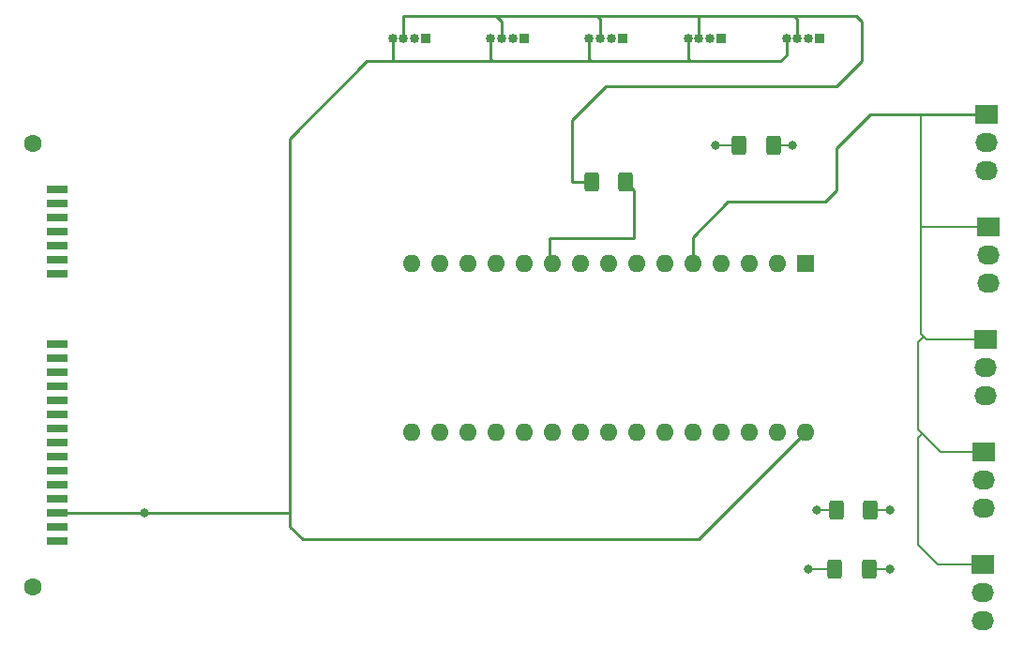
<source format=gbr>
%TF.GenerationSoftware,KiCad,Pcbnew,(6.0.5)*%
%TF.CreationDate,2022-05-12T23:47:52-05:00*%
%TF.ProjectId,RGBFAN,52474246-414e-42e6-9b69-6361645f7063,rev?*%
%TF.SameCoordinates,Original*%
%TF.FileFunction,Copper,L1,Top*%
%TF.FilePolarity,Positive*%
%FSLAX46Y46*%
G04 Gerber Fmt 4.6, Leading zero omitted, Abs format (unit mm)*
G04 Created by KiCad (PCBNEW (6.0.5)) date 2022-05-12 23:47:52*
%MOMM*%
%LPD*%
G01*
G04 APERTURE LIST*
G04 Aperture macros list*
%AMRoundRect*
0 Rectangle with rounded corners*
0 $1 Rounding radius*
0 $2 $3 $4 $5 $6 $7 $8 $9 X,Y pos of 4 corners*
0 Add a 4 corners polygon primitive as box body*
4,1,4,$2,$3,$4,$5,$6,$7,$8,$9,$2,$3,0*
0 Add four circle primitives for the rounded corners*
1,1,$1+$1,$2,$3*
1,1,$1+$1,$4,$5*
1,1,$1+$1,$6,$7*
1,1,$1+$1,$8,$9*
0 Add four rect primitives between the rounded corners*
20,1,$1+$1,$2,$3,$4,$5,0*
20,1,$1+$1,$4,$5,$6,$7,0*
20,1,$1+$1,$6,$7,$8,$9,0*
20,1,$1+$1,$8,$9,$2,$3,0*%
G04 Aperture macros list end*
%TA.AperFunction,SMDPad,CuDef*%
%ADD10RoundRect,0.250000X-0.400000X-0.625000X0.400000X-0.625000X0.400000X0.625000X-0.400000X0.625000X0*%
%TD*%
%TA.AperFunction,ComponentPad*%
%ADD11R,1.600000X1.600000*%
%TD*%
%TA.AperFunction,ComponentPad*%
%ADD12O,1.600000X1.600000*%
%TD*%
%TA.AperFunction,ComponentPad*%
%ADD13R,2.030000X1.730000*%
%TD*%
%TA.AperFunction,ComponentPad*%
%ADD14O,2.030000X1.730000*%
%TD*%
%TA.AperFunction,ComponentPad*%
%ADD15R,0.850000X0.850000*%
%TD*%
%TA.AperFunction,ComponentPad*%
%ADD16O,0.850000X0.850000*%
%TD*%
%TA.AperFunction,ComponentPad*%
%ADD17C,1.600000*%
%TD*%
%TA.AperFunction,SMDPad,CuDef*%
%ADD18R,1.900000X0.650000*%
%TD*%
%TA.AperFunction,ViaPad*%
%ADD19C,0.800000*%
%TD*%
%TA.AperFunction,Conductor*%
%ADD20C,0.200000*%
%TD*%
%TA.AperFunction,Conductor*%
%ADD21C,0.250000*%
%TD*%
G04 APERTURE END LIST*
D10*
%TO.P,470 ohm 1206 resistor,2*%
%TO.N,N/C*%
X144425000Y-75692000D03*
%TO.P,470 ohm 1206 resistor,1*%
X141325000Y-75692000D03*
%TD*%
D11*
%TO.P,NANO USB PORT GOES ON THIS SIDE,1*%
%TO.N,N/C*%
X147320000Y-86360000D03*
D12*
%TO.P,NANO USB PORT GOES ON THIS SIDE,2*%
X144780000Y-86360000D03*
%TO.P,NANO USB PORT GOES ON THIS SIDE,3*%
X142240000Y-86360000D03*
%TO.P,NANO USB PORT GOES ON THIS SIDE,4*%
X139700000Y-86360000D03*
%TO.P,NANO USB PORT GOES ON THIS SIDE,5*%
X137160000Y-86360000D03*
%TO.P,NANO USB PORT GOES ON THIS SIDE,6*%
X134620000Y-86360000D03*
%TO.P,NANO USB PORT GOES ON THIS SIDE,7*%
X132080000Y-86360000D03*
%TO.P,NANO USB PORT GOES ON THIS SIDE,8*%
X129540000Y-86360000D03*
%TO.P,NANO USB PORT GOES ON THIS SIDE,9*%
X127000000Y-86360000D03*
%TO.P,NANO USB PORT GOES ON THIS SIDE,10*%
X124460000Y-86360000D03*
%TO.P,NANO USB PORT GOES ON THIS SIDE,11*%
X121920000Y-86360000D03*
%TO.P,NANO USB PORT GOES ON THIS SIDE,12*%
X119380000Y-86360000D03*
%TO.P,NANO USB PORT GOES ON THIS SIDE,13*%
X116840000Y-86360000D03*
%TO.P,NANO USB PORT GOES ON THIS SIDE,14*%
X114300000Y-86360000D03*
%TO.P,NANO USB PORT GOES ON THIS SIDE,15*%
X111760000Y-86360000D03*
%TO.P,NANO USB PORT GOES ON THIS SIDE,16*%
X111760000Y-101600000D03*
%TO.P,NANO USB PORT GOES ON THIS SIDE,17*%
X114300000Y-101600000D03*
%TO.P,NANO USB PORT GOES ON THIS SIDE,18*%
X116840000Y-101600000D03*
%TO.P,NANO USB PORT GOES ON THIS SIDE,19*%
X119380000Y-101600000D03*
%TO.P,NANO USB PORT GOES ON THIS SIDE,20*%
X121920000Y-101600000D03*
%TO.P,NANO USB PORT GOES ON THIS SIDE,21*%
X124460000Y-101600000D03*
%TO.P,NANO USB PORT GOES ON THIS SIDE,22*%
X127000000Y-101600000D03*
%TO.P,NANO USB PORT GOES ON THIS SIDE,23*%
X129540000Y-101600000D03*
%TO.P,NANO USB PORT GOES ON THIS SIDE,24*%
X132080000Y-101600000D03*
%TO.P,NANO USB PORT GOES ON THIS SIDE,25*%
X134620000Y-101600000D03*
%TO.P,NANO USB PORT GOES ON THIS SIDE,26*%
X137160000Y-101600000D03*
%TO.P,NANO USB PORT GOES ON THIS SIDE,27*%
X139700000Y-101600000D03*
%TO.P,NANO USB PORT GOES ON THIS SIDE,28*%
X142240000Y-101600000D03*
%TO.P,NANO USB PORT GOES ON THIS SIDE,29*%
X144780000Y-101600000D03*
%TO.P,NANO USB PORT GOES ON THIS SIDE,30*%
X147320000Y-101600000D03*
%TD*%
D10*
%TO.P,470 ohm 1206 resistor,1*%
%TO.N,N/C*%
X149961000Y-113919000D03*
%TO.P,470 ohm 1206 resistor,2*%
X153061000Y-113919000D03*
%TD*%
%TO.P,470 ohm 1206 resistor,1*%
%TO.N,N/C*%
X150088000Y-108585000D03*
%TO.P,470 ohm 1206 resistor,2*%
X153188000Y-108585000D03*
%TD*%
%TO.P,470 ohm 1206 resistor,1*%
%TO.N,N/C*%
X127990000Y-78994000D03*
%TO.P,470 ohm 1206 resistor,2*%
X131090000Y-78994000D03*
%TD*%
D13*
%TO.P,Fan 5,1*%
%TO.N,N/C*%
X163322000Y-113538000D03*
D14*
%TO.P,Fan 5,2*%
X163322000Y-116078000D03*
%TO.P,Fan 5,3*%
X163322000Y-118618000D03*
%TD*%
D15*
%TO.P,RGB_1,1*%
%TO.N,N/C*%
X113030000Y-66040000D03*
D16*
%TO.P,RGB_1,2*%
X112030000Y-66040000D03*
%TO.P,RGB_1,3*%
X111030000Y-66040000D03*
%TO.P,RGB_1,4*%
X110030000Y-66040000D03*
%TD*%
D15*
%TO.P,RGB_4,1*%
%TO.N,N/C*%
X139700000Y-66040000D03*
D16*
%TO.P,RGB_4,2*%
X138700000Y-66040000D03*
%TO.P,RGB_4,3*%
X137700000Y-66040000D03*
%TO.P,RGB_4,4*%
X136700000Y-66040000D03*
%TD*%
D15*
%TO.P,RGB_5,1*%
%TO.N,N/C*%
X148590000Y-66040000D03*
D16*
%TO.P,RGB_5,2*%
X147590000Y-66040000D03*
%TO.P,RGB_5,3*%
X146590000Y-66040000D03*
%TO.P,RGB_5,4*%
X145590000Y-66040000D03*
%TD*%
D13*
%TO.P,Fan 2,1*%
%TO.N,N/C*%
X163830000Y-83058000D03*
D14*
%TO.P,Fan 2,2*%
X163830000Y-85598000D03*
%TO.P,Fan 2,3*%
X163830000Y-88138000D03*
%TD*%
D15*
%TO.P,RGB_2,1*%
%TO.N,N/C*%
X121896000Y-66040000D03*
D16*
%TO.P,RGB_2,2*%
X120896000Y-66040000D03*
%TO.P,RGB_2,3*%
X119896000Y-66040000D03*
%TO.P,RGB_2,4*%
X118896000Y-66040000D03*
%TD*%
D15*
%TO.P,RGB_3,1*%
%TO.N,N/C*%
X130786000Y-66040000D03*
D16*
%TO.P,RGB_3,2*%
X129786000Y-66040000D03*
%TO.P,RGB_3,3*%
X128786000Y-66040000D03*
%TO.P,RGB_3,4*%
X127786000Y-66040000D03*
%TD*%
D17*
%TO.P,SATA CONNECTOR,MP*%
%TO.N,N/C*%
X77595080Y-115504000D03*
X77595080Y-75504000D03*
D18*
%TO.P,SATA CONNECTOR,P1*%
X79735080Y-93599000D03*
%TO.P,SATA CONNECTOR,P2*%
X79735080Y-94869000D03*
%TO.P,SATA CONNECTOR,P3*%
X79735080Y-96139000D03*
%TO.P,SATA CONNECTOR,P4*%
X79735080Y-97409000D03*
%TO.P,SATA CONNECTOR,P5*%
X79735080Y-98679000D03*
%TO.P,SATA CONNECTOR,P6*%
X79735080Y-99949000D03*
%TO.P,SATA CONNECTOR,P7*%
X79735080Y-101219000D03*
%TO.P,SATA CONNECTOR,P8*%
X79735080Y-102489000D03*
%TO.P,SATA CONNECTOR,P9*%
X79735080Y-103759000D03*
%TO.P,SATA CONNECTOR,P10*%
X79735080Y-105029000D03*
%TO.P,SATA CONNECTOR,P11*%
X79735080Y-106299000D03*
%TO.P,SATA CONNECTOR,P12*%
X79735080Y-107569000D03*
%TO.P,SATA CONNECTOR,P13*%
X79735080Y-108839000D03*
%TO.P,SATA CONNECTOR,P14*%
X79735080Y-110109000D03*
%TO.P,SATA CONNECTOR,P15*%
X79735080Y-111379000D03*
%TO.P,SATA CONNECTOR,S1*%
X79735080Y-79634000D03*
%TO.P,SATA CONNECTOR,S2*%
X79735080Y-80904000D03*
%TO.P,SATA CONNECTOR,S3*%
X79735080Y-82174000D03*
%TO.P,SATA CONNECTOR,S4*%
X79735080Y-83444000D03*
%TO.P,SATA CONNECTOR,S5*%
X79735080Y-84714000D03*
%TO.P,SATA CONNECTOR,S6*%
X79735080Y-85984000D03*
%TO.P,SATA CONNECTOR,S7*%
X79735080Y-87254000D03*
%TD*%
D13*
%TO.P,Fan 3,1*%
%TO.N,N/C*%
X163576000Y-93218000D03*
D14*
%TO.P,Fan 3,2*%
X163576000Y-95758000D03*
%TO.P,Fan 3,3*%
X163576000Y-98298000D03*
%TD*%
D13*
%TO.P,Fan 1,1*%
%TO.N,N/C*%
X163697000Y-72888000D03*
D14*
%TO.P,Fan 1,2*%
X163697000Y-75428000D03*
%TO.P,Fan 1,3*%
X163697000Y-77968000D03*
%TD*%
D13*
%TO.P,Fan 4,1*%
%TO.N,N/C*%
X163443000Y-103368000D03*
D14*
%TO.P,Fan 4,2*%
X163443000Y-105908000D03*
%TO.P,Fan 4,3*%
X163443000Y-108448000D03*
%TD*%
D19*
%TO.N,*%
X139192000Y-75692000D03*
X146177000Y-75692000D03*
X147574000Y-113919000D03*
X154940000Y-113919000D03*
X154940000Y-108585000D03*
X148336000Y-108585000D03*
X87630000Y-108839000D03*
%TD*%
D20*
%TO.N,*%
X139192000Y-75692000D02*
X141325000Y-75692000D01*
X146177000Y-75692000D02*
X144425000Y-75692000D01*
X141224000Y-75793000D02*
X141325000Y-75692000D01*
X144526000Y-75793000D02*
X144425000Y-75692000D01*
X147574000Y-113919000D02*
X149961000Y-113919000D01*
X148336000Y-108585000D02*
X150088000Y-108585000D01*
X154940000Y-108585000D02*
X153188000Y-108585000D01*
X154940000Y-113919000D02*
X153061000Y-113919000D01*
D21*
X111030000Y-66040000D02*
X111030000Y-64040000D01*
D20*
X157724000Y-92700000D02*
X158242000Y-93218000D01*
D21*
X131826000Y-84074000D02*
X131826000Y-79730000D01*
D20*
X157480000Y-93472000D02*
X157988000Y-92964000D01*
X163322000Y-113538000D02*
X159258000Y-113538000D01*
D21*
X152400000Y-68072000D02*
X150114000Y-70358000D01*
X136700000Y-67866000D02*
X136906000Y-68072000D01*
X150114000Y-70358000D02*
X129286000Y-70358000D01*
X137160000Y-83947000D02*
X137160000Y-86360000D01*
D20*
X159258000Y-113538000D02*
X157480000Y-111760000D01*
D21*
X127786000Y-68048000D02*
X127762000Y-68072000D01*
X100734000Y-110086000D02*
X100734000Y-75034000D01*
X101900000Y-111252000D02*
X100734000Y-110086000D01*
X126238000Y-73406000D02*
X126238000Y-78994000D01*
X107696000Y-68072000D02*
X145034000Y-68072000D01*
X150114000Y-75946000D02*
X150114000Y-79756000D01*
X157724000Y-72888000D02*
X153172000Y-72888000D01*
X124460000Y-86360000D02*
X124206000Y-86106000D01*
D20*
X157480000Y-102108000D02*
X157861000Y-101727000D01*
D21*
X118896000Y-67842000D02*
X119102000Y-68048000D01*
X145590000Y-67516000D02*
X145590000Y-66040000D01*
X151892000Y-64008000D02*
X152400000Y-64516000D01*
D20*
X157480000Y-101346000D02*
X157480000Y-93472000D01*
D21*
X145034000Y-68072000D02*
X145590000Y-67516000D01*
X119896000Y-64524000D02*
X119896000Y-66040000D01*
X124206000Y-84074000D02*
X131826000Y-84074000D01*
X163697000Y-72888000D02*
X157724000Y-72888000D01*
X137668000Y-111252000D02*
X101900000Y-111252000D01*
X153172000Y-72888000D02*
X150114000Y-75946000D01*
X140335000Y-80772000D02*
X137160000Y-83947000D01*
X137700000Y-66040000D02*
X137700000Y-64040000D01*
X110998000Y-64008000D02*
X151892000Y-64008000D01*
D20*
X157480000Y-101346000D02*
X159502000Y-103368000D01*
D21*
X111030000Y-64040000D02*
X110998000Y-64008000D01*
D20*
X157724000Y-72888000D02*
X157724000Y-92700000D01*
D21*
X126238000Y-78994000D02*
X127990000Y-78994000D01*
X149098000Y-80772000D02*
X140335000Y-80772000D01*
X79735080Y-108839000D02*
X100711000Y-108839000D01*
X128786000Y-64270000D02*
X128524000Y-64008000D01*
X124206000Y-86106000D02*
X124206000Y-84074000D01*
X144780000Y-68072000D02*
X144756000Y-68048000D01*
X152400000Y-64516000D02*
X152400000Y-68072000D01*
X136700000Y-66040000D02*
X136700000Y-67866000D01*
X100734000Y-75034000D02*
X107696000Y-68072000D01*
D20*
X163443000Y-103368000D02*
X159502000Y-103368000D01*
D21*
X146590000Y-66040000D02*
X146590000Y-64294000D01*
X150114000Y-79756000D02*
X149098000Y-80772000D01*
D20*
X158242000Y-93218000D02*
X163576000Y-93218000D01*
X157480000Y-111760000D02*
X157480000Y-102108000D01*
D21*
X128786000Y-66040000D02*
X128786000Y-64270000D01*
X118896000Y-68048000D02*
X144756000Y-68048000D01*
X147320000Y-101600000D02*
X137668000Y-111252000D01*
X118896000Y-66040000D02*
X118896000Y-67842000D01*
X146590000Y-64294000D02*
X146304000Y-64008000D01*
D20*
X163830000Y-83058000D02*
X157734000Y-83058000D01*
D21*
X110030000Y-66040000D02*
X110030000Y-67866000D01*
X131826000Y-79730000D02*
X131090000Y-78994000D01*
X129286000Y-70358000D02*
X126238000Y-73406000D01*
X119380000Y-64008000D02*
X119896000Y-64524000D01*
X127786000Y-67842000D02*
X127992000Y-68048000D01*
X127786000Y-66040000D02*
X127786000Y-67842000D01*
%TD*%
M02*

</source>
